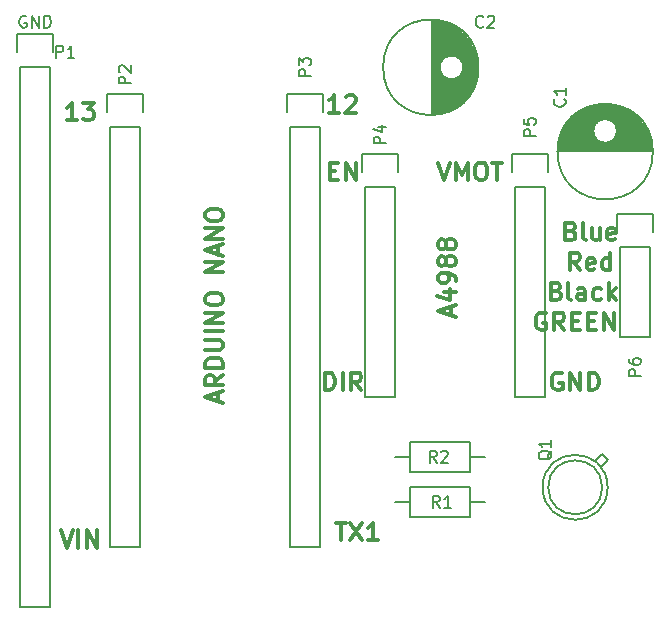
<source format=gto>
G04 #@! TF.FileFunction,Legend,Top*
%FSLAX46Y46*%
G04 Gerber Fmt 4.6, Leading zero omitted, Abs format (unit mm)*
G04 Created by KiCad (PCBNEW 4.0.4+e1-6308~48~ubuntu16.04.1-stable) date Fri Nov  4 19:37:54 2016*
%MOMM*%
%LPD*%
G01*
G04 APERTURE LIST*
%ADD10C,0.100000*%
%ADD11C,0.300000*%
%ADD12C,0.150000*%
G04 APERTURE END LIST*
D10*
D11*
X94020000Y-77990000D02*
X93877143Y-77918571D01*
X93662857Y-77918571D01*
X93448572Y-77990000D01*
X93305714Y-78132857D01*
X93234286Y-78275714D01*
X93162857Y-78561429D01*
X93162857Y-78775714D01*
X93234286Y-79061429D01*
X93305714Y-79204286D01*
X93448572Y-79347143D01*
X93662857Y-79418571D01*
X93805714Y-79418571D01*
X94020000Y-79347143D01*
X94091429Y-79275714D01*
X94091429Y-78775714D01*
X93805714Y-78775714D01*
X95591429Y-79418571D02*
X95091429Y-78704286D01*
X94734286Y-79418571D02*
X94734286Y-77918571D01*
X95305714Y-77918571D01*
X95448572Y-77990000D01*
X95520000Y-78061429D01*
X95591429Y-78204286D01*
X95591429Y-78418571D01*
X95520000Y-78561429D01*
X95448572Y-78632857D01*
X95305714Y-78704286D01*
X94734286Y-78704286D01*
X96234286Y-78632857D02*
X96734286Y-78632857D01*
X96948572Y-79418571D02*
X96234286Y-79418571D01*
X96234286Y-77918571D01*
X96948572Y-77918571D01*
X97591429Y-78632857D02*
X98091429Y-78632857D01*
X98305715Y-79418571D02*
X97591429Y-79418571D01*
X97591429Y-77918571D01*
X98305715Y-77918571D01*
X98948572Y-79418571D02*
X98948572Y-77918571D01*
X99805715Y-79418571D01*
X99805715Y-77918571D01*
X94940715Y-76092857D02*
X95155001Y-76164286D01*
X95226429Y-76235714D01*
X95297858Y-76378571D01*
X95297858Y-76592857D01*
X95226429Y-76735714D01*
X95155001Y-76807143D01*
X95012143Y-76878571D01*
X94440715Y-76878571D01*
X94440715Y-75378571D01*
X94940715Y-75378571D01*
X95083572Y-75450000D01*
X95155001Y-75521429D01*
X95226429Y-75664286D01*
X95226429Y-75807143D01*
X95155001Y-75950000D01*
X95083572Y-76021429D01*
X94940715Y-76092857D01*
X94440715Y-76092857D01*
X96155001Y-76878571D02*
X96012143Y-76807143D01*
X95940715Y-76664286D01*
X95940715Y-75378571D01*
X97369286Y-76878571D02*
X97369286Y-76092857D01*
X97297857Y-75950000D01*
X97155000Y-75878571D01*
X96869286Y-75878571D01*
X96726429Y-75950000D01*
X97369286Y-76807143D02*
X97226429Y-76878571D01*
X96869286Y-76878571D01*
X96726429Y-76807143D01*
X96655000Y-76664286D01*
X96655000Y-76521429D01*
X96726429Y-76378571D01*
X96869286Y-76307143D01*
X97226429Y-76307143D01*
X97369286Y-76235714D01*
X98726429Y-76807143D02*
X98583572Y-76878571D01*
X98297858Y-76878571D01*
X98155000Y-76807143D01*
X98083572Y-76735714D01*
X98012143Y-76592857D01*
X98012143Y-76164286D01*
X98083572Y-76021429D01*
X98155000Y-75950000D01*
X98297858Y-75878571D01*
X98583572Y-75878571D01*
X98726429Y-75950000D01*
X99369286Y-76878571D02*
X99369286Y-75378571D01*
X99512143Y-76307143D02*
X99940714Y-76878571D01*
X99940714Y-75878571D02*
X99369286Y-76450000D01*
X96932858Y-74338571D02*
X96432858Y-73624286D01*
X96075715Y-74338571D02*
X96075715Y-72838571D01*
X96647143Y-72838571D01*
X96790001Y-72910000D01*
X96861429Y-72981429D01*
X96932858Y-73124286D01*
X96932858Y-73338571D01*
X96861429Y-73481429D01*
X96790001Y-73552857D01*
X96647143Y-73624286D01*
X96075715Y-73624286D01*
X98147143Y-74267143D02*
X98004286Y-74338571D01*
X97718572Y-74338571D01*
X97575715Y-74267143D01*
X97504286Y-74124286D01*
X97504286Y-73552857D01*
X97575715Y-73410000D01*
X97718572Y-73338571D01*
X98004286Y-73338571D01*
X98147143Y-73410000D01*
X98218572Y-73552857D01*
X98218572Y-73695714D01*
X97504286Y-73838571D01*
X99504286Y-74338571D02*
X99504286Y-72838571D01*
X99504286Y-74267143D02*
X99361429Y-74338571D01*
X99075715Y-74338571D01*
X98932857Y-74267143D01*
X98861429Y-74195714D01*
X98790000Y-74052857D01*
X98790000Y-73624286D01*
X98861429Y-73481429D01*
X98932857Y-73410000D01*
X99075715Y-73338571D01*
X99361429Y-73338571D01*
X99504286Y-73410000D01*
X96182858Y-71012857D02*
X96397144Y-71084286D01*
X96468572Y-71155714D01*
X96540001Y-71298571D01*
X96540001Y-71512857D01*
X96468572Y-71655714D01*
X96397144Y-71727143D01*
X96254286Y-71798571D01*
X95682858Y-71798571D01*
X95682858Y-70298571D01*
X96182858Y-70298571D01*
X96325715Y-70370000D01*
X96397144Y-70441429D01*
X96468572Y-70584286D01*
X96468572Y-70727143D01*
X96397144Y-70870000D01*
X96325715Y-70941429D01*
X96182858Y-71012857D01*
X95682858Y-71012857D01*
X97397144Y-71798571D02*
X97254286Y-71727143D01*
X97182858Y-71584286D01*
X97182858Y-70298571D01*
X98611429Y-70798571D02*
X98611429Y-71798571D01*
X97968572Y-70798571D02*
X97968572Y-71584286D01*
X98040000Y-71727143D01*
X98182858Y-71798571D01*
X98397143Y-71798571D01*
X98540000Y-71727143D01*
X98611429Y-71655714D01*
X99897143Y-71727143D02*
X99754286Y-71798571D01*
X99468572Y-71798571D01*
X99325715Y-71727143D01*
X99254286Y-71584286D01*
X99254286Y-71012857D01*
X99325715Y-70870000D01*
X99468572Y-70798571D01*
X99754286Y-70798571D01*
X99897143Y-70870000D01*
X99968572Y-71012857D01*
X99968572Y-71155714D01*
X99254286Y-71298571D01*
X95377143Y-83070000D02*
X95234286Y-82998571D01*
X95020000Y-82998571D01*
X94805715Y-83070000D01*
X94662857Y-83212857D01*
X94591429Y-83355714D01*
X94520000Y-83641429D01*
X94520000Y-83855714D01*
X94591429Y-84141429D01*
X94662857Y-84284286D01*
X94805715Y-84427143D01*
X95020000Y-84498571D01*
X95162857Y-84498571D01*
X95377143Y-84427143D01*
X95448572Y-84355714D01*
X95448572Y-83855714D01*
X95162857Y-83855714D01*
X96091429Y-84498571D02*
X96091429Y-82998571D01*
X96948572Y-84498571D01*
X96948572Y-82998571D01*
X97662858Y-84498571D02*
X97662858Y-82998571D01*
X98020001Y-82998571D01*
X98234286Y-83070000D01*
X98377144Y-83212857D01*
X98448572Y-83355714D01*
X98520001Y-83641429D01*
X98520001Y-83855714D01*
X98448572Y-84141429D01*
X98377144Y-84284286D01*
X98234286Y-84427143D01*
X98020001Y-84498571D01*
X97662858Y-84498571D01*
X75335000Y-84498571D02*
X75335000Y-82998571D01*
X75692143Y-82998571D01*
X75906428Y-83070000D01*
X76049286Y-83212857D01*
X76120714Y-83355714D01*
X76192143Y-83641429D01*
X76192143Y-83855714D01*
X76120714Y-84141429D01*
X76049286Y-84284286D01*
X75906428Y-84427143D01*
X75692143Y-84498571D01*
X75335000Y-84498571D01*
X76835000Y-84498571D02*
X76835000Y-82998571D01*
X78406429Y-84498571D02*
X77906429Y-83784286D01*
X77549286Y-84498571D02*
X77549286Y-82998571D01*
X78120714Y-82998571D01*
X78263572Y-83070000D01*
X78335000Y-83141429D01*
X78406429Y-83284286D01*
X78406429Y-83498571D01*
X78335000Y-83641429D01*
X78263572Y-83712857D01*
X78120714Y-83784286D01*
X77549286Y-83784286D01*
X84915714Y-65218571D02*
X85415714Y-66718571D01*
X85915714Y-65218571D01*
X86415714Y-66718571D02*
X86415714Y-65218571D01*
X86915714Y-66290000D01*
X87415714Y-65218571D01*
X87415714Y-66718571D01*
X88415714Y-65218571D02*
X88701428Y-65218571D01*
X88844286Y-65290000D01*
X88987143Y-65432857D01*
X89058571Y-65718571D01*
X89058571Y-66218571D01*
X88987143Y-66504286D01*
X88844286Y-66647143D01*
X88701428Y-66718571D01*
X88415714Y-66718571D01*
X88272857Y-66647143D01*
X88130000Y-66504286D01*
X88058571Y-66218571D01*
X88058571Y-65718571D01*
X88130000Y-65432857D01*
X88272857Y-65290000D01*
X88415714Y-65218571D01*
X89487143Y-65218571D02*
X90344286Y-65218571D01*
X89915715Y-66718571D02*
X89915715Y-65218571D01*
X75727857Y-65932857D02*
X76227857Y-65932857D01*
X76442143Y-66718571D02*
X75727857Y-66718571D01*
X75727857Y-65218571D01*
X76442143Y-65218571D01*
X77085000Y-66718571D02*
X77085000Y-65218571D01*
X77942143Y-66718571D01*
X77942143Y-65218571D01*
X76247858Y-95698571D02*
X77105001Y-95698571D01*
X76676430Y-97198571D02*
X76676430Y-95698571D01*
X77462144Y-95698571D02*
X78462144Y-97198571D01*
X78462144Y-95698571D02*
X77462144Y-97198571D01*
X79819286Y-97198571D02*
X78962143Y-97198571D01*
X79390715Y-97198571D02*
X79390715Y-95698571D01*
X79247858Y-95912857D01*
X79105000Y-96055714D01*
X78962143Y-96127143D01*
X52967143Y-96333571D02*
X53467143Y-97833571D01*
X53967143Y-96333571D01*
X54467143Y-97833571D02*
X54467143Y-96333571D01*
X55181429Y-97833571D02*
X55181429Y-96333571D01*
X56038572Y-97833571D01*
X56038572Y-96333571D01*
X76549286Y-61003571D02*
X75692143Y-61003571D01*
X76120715Y-61003571D02*
X76120715Y-59503571D01*
X75977858Y-59717857D01*
X75835000Y-59860714D01*
X75692143Y-59932143D01*
X77120714Y-59646429D02*
X77192143Y-59575000D01*
X77335000Y-59503571D01*
X77692143Y-59503571D01*
X77835000Y-59575000D01*
X77906429Y-59646429D01*
X77977857Y-59789286D01*
X77977857Y-59932143D01*
X77906429Y-60146429D01*
X77049286Y-61003571D01*
X77977857Y-61003571D01*
X54324286Y-61638571D02*
X53467143Y-61638571D01*
X53895715Y-61638571D02*
X53895715Y-60138571D01*
X53752858Y-60352857D01*
X53610000Y-60495714D01*
X53467143Y-60567143D01*
X54824286Y-60138571D02*
X55752857Y-60138571D01*
X55252857Y-60710000D01*
X55467143Y-60710000D01*
X55610000Y-60781429D01*
X55681429Y-60852857D01*
X55752857Y-60995714D01*
X55752857Y-61352857D01*
X55681429Y-61495714D01*
X55610000Y-61567143D01*
X55467143Y-61638571D01*
X55038571Y-61638571D01*
X54895714Y-61567143D01*
X54824286Y-61495714D01*
X85975000Y-78144285D02*
X85975000Y-77429999D01*
X86403571Y-78287142D02*
X84903571Y-77787142D01*
X86403571Y-77287142D01*
X85403571Y-76144285D02*
X86403571Y-76144285D01*
X84832143Y-76501428D02*
X85903571Y-76858571D01*
X85903571Y-75929999D01*
X86403571Y-75287143D02*
X86403571Y-75001428D01*
X86332143Y-74858571D01*
X86260714Y-74787143D01*
X86046429Y-74644285D01*
X85760714Y-74572857D01*
X85189286Y-74572857D01*
X85046429Y-74644285D01*
X84975000Y-74715714D01*
X84903571Y-74858571D01*
X84903571Y-75144285D01*
X84975000Y-75287143D01*
X85046429Y-75358571D01*
X85189286Y-75430000D01*
X85546429Y-75430000D01*
X85689286Y-75358571D01*
X85760714Y-75287143D01*
X85832143Y-75144285D01*
X85832143Y-74858571D01*
X85760714Y-74715714D01*
X85689286Y-74644285D01*
X85546429Y-74572857D01*
X85546429Y-73715714D02*
X85475000Y-73858572D01*
X85403571Y-73930000D01*
X85260714Y-74001429D01*
X85189286Y-74001429D01*
X85046429Y-73930000D01*
X84975000Y-73858572D01*
X84903571Y-73715714D01*
X84903571Y-73430000D01*
X84975000Y-73287143D01*
X85046429Y-73215714D01*
X85189286Y-73144286D01*
X85260714Y-73144286D01*
X85403571Y-73215714D01*
X85475000Y-73287143D01*
X85546429Y-73430000D01*
X85546429Y-73715714D01*
X85617857Y-73858572D01*
X85689286Y-73930000D01*
X85832143Y-74001429D01*
X86117857Y-74001429D01*
X86260714Y-73930000D01*
X86332143Y-73858572D01*
X86403571Y-73715714D01*
X86403571Y-73430000D01*
X86332143Y-73287143D01*
X86260714Y-73215714D01*
X86117857Y-73144286D01*
X85832143Y-73144286D01*
X85689286Y-73215714D01*
X85617857Y-73287143D01*
X85546429Y-73430000D01*
X85546429Y-72287143D02*
X85475000Y-72430001D01*
X85403571Y-72501429D01*
X85260714Y-72572858D01*
X85189286Y-72572858D01*
X85046429Y-72501429D01*
X84975000Y-72430001D01*
X84903571Y-72287143D01*
X84903571Y-72001429D01*
X84975000Y-71858572D01*
X85046429Y-71787143D01*
X85189286Y-71715715D01*
X85260714Y-71715715D01*
X85403571Y-71787143D01*
X85475000Y-71858572D01*
X85546429Y-72001429D01*
X85546429Y-72287143D01*
X85617857Y-72430001D01*
X85689286Y-72501429D01*
X85832143Y-72572858D01*
X86117857Y-72572858D01*
X86260714Y-72501429D01*
X86332143Y-72430001D01*
X86403571Y-72287143D01*
X86403571Y-72001429D01*
X86332143Y-71858572D01*
X86260714Y-71787143D01*
X86117857Y-71715715D01*
X85832143Y-71715715D01*
X85689286Y-71787143D01*
X85617857Y-71858572D01*
X85546429Y-72001429D01*
X66290000Y-85439286D02*
X66290000Y-84725000D01*
X66718571Y-85582143D02*
X65218571Y-85082143D01*
X66718571Y-84582143D01*
X66718571Y-83225000D02*
X66004286Y-83725000D01*
X66718571Y-84082143D02*
X65218571Y-84082143D01*
X65218571Y-83510715D01*
X65290000Y-83367857D01*
X65361429Y-83296429D01*
X65504286Y-83225000D01*
X65718571Y-83225000D01*
X65861429Y-83296429D01*
X65932857Y-83367857D01*
X66004286Y-83510715D01*
X66004286Y-84082143D01*
X66718571Y-82582143D02*
X65218571Y-82582143D01*
X65218571Y-82225000D01*
X65290000Y-82010715D01*
X65432857Y-81867857D01*
X65575714Y-81796429D01*
X65861429Y-81725000D01*
X66075714Y-81725000D01*
X66361429Y-81796429D01*
X66504286Y-81867857D01*
X66647143Y-82010715D01*
X66718571Y-82225000D01*
X66718571Y-82582143D01*
X65218571Y-81082143D02*
X66432857Y-81082143D01*
X66575714Y-81010715D01*
X66647143Y-80939286D01*
X66718571Y-80796429D01*
X66718571Y-80510715D01*
X66647143Y-80367857D01*
X66575714Y-80296429D01*
X66432857Y-80225000D01*
X65218571Y-80225000D01*
X66718571Y-79510714D02*
X65218571Y-79510714D01*
X66718571Y-78796428D02*
X65218571Y-78796428D01*
X66718571Y-77939285D01*
X65218571Y-77939285D01*
X65218571Y-76939285D02*
X65218571Y-76653571D01*
X65290000Y-76510713D01*
X65432857Y-76367856D01*
X65718571Y-76296428D01*
X66218571Y-76296428D01*
X66504286Y-76367856D01*
X66647143Y-76510713D01*
X66718571Y-76653571D01*
X66718571Y-76939285D01*
X66647143Y-77082142D01*
X66504286Y-77224999D01*
X66218571Y-77296428D01*
X65718571Y-77296428D01*
X65432857Y-77224999D01*
X65290000Y-77082142D01*
X65218571Y-76939285D01*
X66718571Y-74510713D02*
X65218571Y-74510713D01*
X66718571Y-73653570D01*
X65218571Y-73653570D01*
X66290000Y-73010713D02*
X66290000Y-72296427D01*
X66718571Y-73153570D02*
X65218571Y-72653570D01*
X66718571Y-72153570D01*
X66718571Y-71653570D02*
X65218571Y-71653570D01*
X66718571Y-70796427D01*
X65218571Y-70796427D01*
X65218571Y-69796427D02*
X65218571Y-69510713D01*
X65290000Y-69367855D01*
X65432857Y-69224998D01*
X65718571Y-69153570D01*
X66218571Y-69153570D01*
X66504286Y-69224998D01*
X66647143Y-69367855D01*
X66718571Y-69510713D01*
X66718571Y-69796427D01*
X66647143Y-69939284D01*
X66504286Y-70082141D01*
X66218571Y-70153570D01*
X65718571Y-70153570D01*
X65432857Y-70082141D01*
X65290000Y-69939284D01*
X65218571Y-69796427D01*
D12*
X59690000Y-62230000D02*
X59690000Y-97790000D01*
X59690000Y-97790000D02*
X57150000Y-97790000D01*
X57150000Y-97790000D02*
X57150000Y-62230000D01*
X56870000Y-59410000D02*
X56870000Y-60960000D01*
X57150000Y-62230000D02*
X59690000Y-62230000D01*
X59970000Y-60960000D02*
X59970000Y-59410000D01*
X59970000Y-59410000D02*
X56870000Y-59410000D01*
X74930000Y-62230000D02*
X74930000Y-97790000D01*
X74930000Y-97790000D02*
X72390000Y-97790000D01*
X72390000Y-97790000D02*
X72390000Y-62230000D01*
X72110000Y-59410000D02*
X72110000Y-60960000D01*
X72390000Y-62230000D02*
X74930000Y-62230000D01*
X75210000Y-60960000D02*
X75210000Y-59410000D01*
X75210000Y-59410000D02*
X72110000Y-59410000D01*
X78740000Y-67310000D02*
X78740000Y-85090000D01*
X78740000Y-85090000D02*
X81280000Y-85090000D01*
X81280000Y-85090000D02*
X81280000Y-67310000D01*
X78460000Y-64490000D02*
X78460000Y-66040000D01*
X78740000Y-67310000D02*
X81280000Y-67310000D01*
X81560000Y-66040000D02*
X81560000Y-64490000D01*
X81560000Y-64490000D02*
X78460000Y-64490000D01*
X91440000Y-67310000D02*
X91440000Y-85090000D01*
X91440000Y-85090000D02*
X93980000Y-85090000D01*
X93980000Y-85090000D02*
X93980000Y-67310000D01*
X91160000Y-64490000D02*
X91160000Y-66040000D01*
X91440000Y-67310000D02*
X93980000Y-67310000D01*
X94260000Y-66040000D02*
X94260000Y-64490000D01*
X94260000Y-64490000D02*
X91160000Y-64490000D01*
X102870000Y-72390000D02*
X102870000Y-80010000D01*
X100330000Y-72390000D02*
X100330000Y-80010000D01*
X100050000Y-69570000D02*
X100050000Y-71120000D01*
X102870000Y-80010000D02*
X100330000Y-80010000D01*
X100330000Y-72390000D02*
X102870000Y-72390000D01*
X103150000Y-71120000D02*
X103150000Y-69570000D01*
X103150000Y-69570000D02*
X100050000Y-69570000D01*
X84375000Y-53151000D02*
X84375000Y-61149000D01*
X84515000Y-53156000D02*
X84515000Y-61144000D01*
X84655000Y-53166000D02*
X84655000Y-61134000D01*
X84795000Y-53181000D02*
X84795000Y-61119000D01*
X84935000Y-53201000D02*
X84935000Y-61099000D01*
X85075000Y-53226000D02*
X85075000Y-56928000D01*
X85075000Y-57372000D02*
X85075000Y-61074000D01*
X85215000Y-53256000D02*
X85215000Y-56600000D01*
X85215000Y-57700000D02*
X85215000Y-61044000D01*
X85355000Y-53292000D02*
X85355000Y-56431000D01*
X85355000Y-57869000D02*
X85355000Y-61008000D01*
X85495000Y-53333000D02*
X85495000Y-56318000D01*
X85495000Y-57982000D02*
X85495000Y-60967000D01*
X85635000Y-53379000D02*
X85635000Y-56240000D01*
X85635000Y-58060000D02*
X85635000Y-60921000D01*
X85775000Y-53432000D02*
X85775000Y-56189000D01*
X85775000Y-58111000D02*
X85775000Y-60868000D01*
X85915000Y-53491000D02*
X85915000Y-56159000D01*
X85915000Y-58141000D02*
X85915000Y-60809000D01*
X86055000Y-53556000D02*
X86055000Y-56150000D01*
X86055000Y-58150000D02*
X86055000Y-60744000D01*
X86195000Y-53627000D02*
X86195000Y-56161000D01*
X86195000Y-58139000D02*
X86195000Y-60673000D01*
X86335000Y-53706000D02*
X86335000Y-56191000D01*
X86335000Y-58109000D02*
X86335000Y-60594000D01*
X86475000Y-53793000D02*
X86475000Y-56245000D01*
X86475000Y-58055000D02*
X86475000Y-60507000D01*
X86615000Y-53888000D02*
X86615000Y-56325000D01*
X86615000Y-57975000D02*
X86615000Y-60412000D01*
X86755000Y-53992000D02*
X86755000Y-56441000D01*
X86755000Y-57859000D02*
X86755000Y-60308000D01*
X86895000Y-54106000D02*
X86895000Y-56615000D01*
X86895000Y-57685000D02*
X86895000Y-60194000D01*
X87035000Y-54231000D02*
X87035000Y-56977000D01*
X87035000Y-57323000D02*
X87035000Y-60069000D01*
X87175000Y-54369000D02*
X87175000Y-59931000D01*
X87315000Y-54521000D02*
X87315000Y-59779000D01*
X87455000Y-54691000D02*
X87455000Y-59609000D01*
X87595000Y-54882000D02*
X87595000Y-59418000D01*
X87735000Y-55100000D02*
X87735000Y-59200000D01*
X87875000Y-55356000D02*
X87875000Y-58944000D01*
X88015000Y-55667000D02*
X88015000Y-58633000D01*
X88155000Y-56083000D02*
X88155000Y-58217000D01*
X88295000Y-56950000D02*
X88295000Y-57350000D01*
X87050000Y-57150000D02*
G75*
G03X87050000Y-57150000I-1000000J0D01*
G01*
X88337500Y-57150000D02*
G75*
G03X88337500Y-57150000I-4037500J0D01*
G01*
X98806000Y-89916000D02*
X98298000Y-90424000D01*
X98806000Y-90932000D02*
X99314000Y-90424000D01*
X99314000Y-90424000D02*
X98806000Y-89916000D01*
X98806000Y-92710000D02*
G75*
G03X98806000Y-92710000I-2286000J0D01*
G01*
X99270000Y-92710000D02*
G75*
G03X99270000Y-92710000I-2750000J0D01*
G01*
X82550000Y-92710000D02*
X87630000Y-92710000D01*
X87630000Y-92710000D02*
X87630000Y-95250000D01*
X87630000Y-95250000D02*
X82550000Y-95250000D01*
X82550000Y-95250000D02*
X82550000Y-92710000D01*
X82550000Y-93980000D02*
X81280000Y-93980000D01*
X87630000Y-93980000D02*
X88900000Y-93980000D01*
X82550000Y-88900000D02*
X87630000Y-88900000D01*
X87630000Y-88900000D02*
X87630000Y-91440000D01*
X87630000Y-91440000D02*
X82550000Y-91440000D01*
X82550000Y-91440000D02*
X82550000Y-88900000D01*
X82550000Y-90170000D02*
X81280000Y-90170000D01*
X87630000Y-90170000D02*
X88900000Y-90170000D01*
X95061000Y-64215000D02*
X103059000Y-64215000D01*
X95066000Y-64075000D02*
X103054000Y-64075000D01*
X95076000Y-63935000D02*
X103044000Y-63935000D01*
X95091000Y-63795000D02*
X103029000Y-63795000D01*
X95111000Y-63655000D02*
X103009000Y-63655000D01*
X95136000Y-63515000D02*
X98838000Y-63515000D01*
X99282000Y-63515000D02*
X102984000Y-63515000D01*
X95166000Y-63375000D02*
X98510000Y-63375000D01*
X99610000Y-63375000D02*
X102954000Y-63375000D01*
X95202000Y-63235000D02*
X98341000Y-63235000D01*
X99779000Y-63235000D02*
X102918000Y-63235000D01*
X95243000Y-63095000D02*
X98228000Y-63095000D01*
X99892000Y-63095000D02*
X102877000Y-63095000D01*
X95289000Y-62955000D02*
X98150000Y-62955000D01*
X99970000Y-62955000D02*
X102831000Y-62955000D01*
X95342000Y-62815000D02*
X98099000Y-62815000D01*
X100021000Y-62815000D02*
X102778000Y-62815000D01*
X95401000Y-62675000D02*
X98069000Y-62675000D01*
X100051000Y-62675000D02*
X102719000Y-62675000D01*
X95466000Y-62535000D02*
X98060000Y-62535000D01*
X100060000Y-62535000D02*
X102654000Y-62535000D01*
X95537000Y-62395000D02*
X98071000Y-62395000D01*
X100049000Y-62395000D02*
X102583000Y-62395000D01*
X95616000Y-62255000D02*
X98101000Y-62255000D01*
X100019000Y-62255000D02*
X102504000Y-62255000D01*
X95703000Y-62115000D02*
X98155000Y-62115000D01*
X99965000Y-62115000D02*
X102417000Y-62115000D01*
X95798000Y-61975000D02*
X98235000Y-61975000D01*
X99885000Y-61975000D02*
X102322000Y-61975000D01*
X95902000Y-61835000D02*
X98351000Y-61835000D01*
X99769000Y-61835000D02*
X102218000Y-61835000D01*
X96016000Y-61695000D02*
X98525000Y-61695000D01*
X99595000Y-61695000D02*
X102104000Y-61695000D01*
X96141000Y-61555000D02*
X98887000Y-61555000D01*
X99233000Y-61555000D02*
X101979000Y-61555000D01*
X96279000Y-61415000D02*
X101841000Y-61415000D01*
X96431000Y-61275000D02*
X101689000Y-61275000D01*
X96601000Y-61135000D02*
X101519000Y-61135000D01*
X96792000Y-60995000D02*
X101328000Y-60995000D01*
X97010000Y-60855000D02*
X101110000Y-60855000D01*
X97266000Y-60715000D02*
X100854000Y-60715000D01*
X97577000Y-60575000D02*
X100543000Y-60575000D01*
X97993000Y-60435000D02*
X100127000Y-60435000D01*
X98860000Y-60295000D02*
X99260000Y-60295000D01*
X100060000Y-62540000D02*
G75*
G03X100060000Y-62540000I-1000000J0D01*
G01*
X103097500Y-64290000D02*
G75*
G03X103097500Y-64290000I-4037500J0D01*
G01*
X49530000Y-57150000D02*
X49530000Y-102870000D01*
X49530000Y-102870000D02*
X52070000Y-102870000D01*
X52070000Y-102870000D02*
X52070000Y-57150000D01*
X49250000Y-54330000D02*
X49250000Y-55880000D01*
X49530000Y-57150000D02*
X52070000Y-57150000D01*
X52350000Y-55880000D02*
X52350000Y-54330000D01*
X52350000Y-54330000D02*
X49250000Y-54330000D01*
X58872381Y-58523095D02*
X57872381Y-58523095D01*
X57872381Y-58142142D01*
X57920000Y-58046904D01*
X57967619Y-57999285D01*
X58062857Y-57951666D01*
X58205714Y-57951666D01*
X58300952Y-57999285D01*
X58348571Y-58046904D01*
X58396190Y-58142142D01*
X58396190Y-58523095D01*
X57967619Y-57570714D02*
X57920000Y-57523095D01*
X57872381Y-57427857D01*
X57872381Y-57189761D01*
X57920000Y-57094523D01*
X57967619Y-57046904D01*
X58062857Y-56999285D01*
X58158095Y-56999285D01*
X58300952Y-57046904D01*
X58872381Y-57618333D01*
X58872381Y-56999285D01*
X74112381Y-57888095D02*
X73112381Y-57888095D01*
X73112381Y-57507142D01*
X73160000Y-57411904D01*
X73207619Y-57364285D01*
X73302857Y-57316666D01*
X73445714Y-57316666D01*
X73540952Y-57364285D01*
X73588571Y-57411904D01*
X73636190Y-57507142D01*
X73636190Y-57888095D01*
X73112381Y-56983333D02*
X73112381Y-56364285D01*
X73493333Y-56697619D01*
X73493333Y-56554761D01*
X73540952Y-56459523D01*
X73588571Y-56411904D01*
X73683810Y-56364285D01*
X73921905Y-56364285D01*
X74017143Y-56411904D01*
X74064762Y-56459523D01*
X74112381Y-56554761D01*
X74112381Y-56840476D01*
X74064762Y-56935714D01*
X74017143Y-56983333D01*
X80462381Y-63603095D02*
X79462381Y-63603095D01*
X79462381Y-63222142D01*
X79510000Y-63126904D01*
X79557619Y-63079285D01*
X79652857Y-63031666D01*
X79795714Y-63031666D01*
X79890952Y-63079285D01*
X79938571Y-63126904D01*
X79986190Y-63222142D01*
X79986190Y-63603095D01*
X79795714Y-62174523D02*
X80462381Y-62174523D01*
X79414762Y-62412619D02*
X80129048Y-62650714D01*
X80129048Y-62031666D01*
X93162381Y-62968095D02*
X92162381Y-62968095D01*
X92162381Y-62587142D01*
X92210000Y-62491904D01*
X92257619Y-62444285D01*
X92352857Y-62396666D01*
X92495714Y-62396666D01*
X92590952Y-62444285D01*
X92638571Y-62491904D01*
X92686190Y-62587142D01*
X92686190Y-62968095D01*
X92162381Y-61491904D02*
X92162381Y-61968095D01*
X92638571Y-62015714D01*
X92590952Y-61968095D01*
X92543333Y-61872857D01*
X92543333Y-61634761D01*
X92590952Y-61539523D01*
X92638571Y-61491904D01*
X92733810Y-61444285D01*
X92971905Y-61444285D01*
X93067143Y-61491904D01*
X93114762Y-61539523D01*
X93162381Y-61634761D01*
X93162381Y-61872857D01*
X93114762Y-61968095D01*
X93067143Y-62015714D01*
X102052381Y-83288095D02*
X101052381Y-83288095D01*
X101052381Y-82907142D01*
X101100000Y-82811904D01*
X101147619Y-82764285D01*
X101242857Y-82716666D01*
X101385714Y-82716666D01*
X101480952Y-82764285D01*
X101528571Y-82811904D01*
X101576190Y-82907142D01*
X101576190Y-83288095D01*
X101052381Y-81859523D02*
X101052381Y-82050000D01*
X101100000Y-82145238D01*
X101147619Y-82192857D01*
X101290476Y-82288095D01*
X101480952Y-82335714D01*
X101861905Y-82335714D01*
X101957143Y-82288095D01*
X102004762Y-82240476D01*
X102052381Y-82145238D01*
X102052381Y-81954761D01*
X102004762Y-81859523D01*
X101957143Y-81811904D01*
X101861905Y-81764285D01*
X101623810Y-81764285D01*
X101528571Y-81811904D01*
X101480952Y-81859523D01*
X101433333Y-81954761D01*
X101433333Y-82145238D01*
X101480952Y-82240476D01*
X101528571Y-82288095D01*
X101623810Y-82335714D01*
X88733334Y-53697143D02*
X88685715Y-53744762D01*
X88542858Y-53792381D01*
X88447620Y-53792381D01*
X88304762Y-53744762D01*
X88209524Y-53649524D01*
X88161905Y-53554286D01*
X88114286Y-53363810D01*
X88114286Y-53220952D01*
X88161905Y-53030476D01*
X88209524Y-52935238D01*
X88304762Y-52840000D01*
X88447620Y-52792381D01*
X88542858Y-52792381D01*
X88685715Y-52840000D01*
X88733334Y-52887619D01*
X89114286Y-52887619D02*
X89161905Y-52840000D01*
X89257143Y-52792381D01*
X89495239Y-52792381D01*
X89590477Y-52840000D01*
X89638096Y-52887619D01*
X89685715Y-52982857D01*
X89685715Y-53078095D01*
X89638096Y-53220952D01*
X89066667Y-53792381D01*
X89685715Y-53792381D01*
X94527619Y-89630238D02*
X94480000Y-89725476D01*
X94384762Y-89820714D01*
X94241905Y-89963571D01*
X94194286Y-90058810D01*
X94194286Y-90154048D01*
X94432381Y-90106429D02*
X94384762Y-90201667D01*
X94289524Y-90296905D01*
X94099048Y-90344524D01*
X93765714Y-90344524D01*
X93575238Y-90296905D01*
X93480000Y-90201667D01*
X93432381Y-90106429D01*
X93432381Y-89915952D01*
X93480000Y-89820714D01*
X93575238Y-89725476D01*
X93765714Y-89677857D01*
X94099048Y-89677857D01*
X94289524Y-89725476D01*
X94384762Y-89820714D01*
X94432381Y-89915952D01*
X94432381Y-90106429D01*
X94432381Y-88725476D02*
X94432381Y-89296905D01*
X94432381Y-89011191D02*
X93432381Y-89011191D01*
X93575238Y-89106429D01*
X93670476Y-89201667D01*
X93718095Y-89296905D01*
X85050334Y-94432381D02*
X84717000Y-93956190D01*
X84478905Y-94432381D02*
X84478905Y-93432381D01*
X84859858Y-93432381D01*
X84955096Y-93480000D01*
X85002715Y-93527619D01*
X85050334Y-93622857D01*
X85050334Y-93765714D01*
X85002715Y-93860952D01*
X84955096Y-93908571D01*
X84859858Y-93956190D01*
X84478905Y-93956190D01*
X86002715Y-94432381D02*
X85431286Y-94432381D01*
X85717000Y-94432381D02*
X85717000Y-93432381D01*
X85621762Y-93575238D01*
X85526524Y-93670476D01*
X85431286Y-93718095D01*
X84796334Y-90622381D02*
X84463000Y-90146190D01*
X84224905Y-90622381D02*
X84224905Y-89622381D01*
X84605858Y-89622381D01*
X84701096Y-89670000D01*
X84748715Y-89717619D01*
X84796334Y-89812857D01*
X84796334Y-89955714D01*
X84748715Y-90050952D01*
X84701096Y-90098571D01*
X84605858Y-90146190D01*
X84224905Y-90146190D01*
X85177286Y-89717619D02*
X85224905Y-89670000D01*
X85320143Y-89622381D01*
X85558239Y-89622381D01*
X85653477Y-89670000D01*
X85701096Y-89717619D01*
X85748715Y-89812857D01*
X85748715Y-89908095D01*
X85701096Y-90050952D01*
X85129667Y-90622381D01*
X85748715Y-90622381D01*
X95607143Y-59856666D02*
X95654762Y-59904285D01*
X95702381Y-60047142D01*
X95702381Y-60142380D01*
X95654762Y-60285238D01*
X95559524Y-60380476D01*
X95464286Y-60428095D01*
X95273810Y-60475714D01*
X95130952Y-60475714D01*
X94940476Y-60428095D01*
X94845238Y-60380476D01*
X94750000Y-60285238D01*
X94702381Y-60142380D01*
X94702381Y-60047142D01*
X94750000Y-59904285D01*
X94797619Y-59856666D01*
X95702381Y-58904285D02*
X95702381Y-59475714D01*
X95702381Y-59190000D02*
X94702381Y-59190000D01*
X94845238Y-59285238D01*
X94940476Y-59380476D01*
X94988095Y-59475714D01*
X52601905Y-56332381D02*
X52601905Y-55332381D01*
X52982858Y-55332381D01*
X53078096Y-55380000D01*
X53125715Y-55427619D01*
X53173334Y-55522857D01*
X53173334Y-55665714D01*
X53125715Y-55760952D01*
X53078096Y-55808571D01*
X52982858Y-55856190D01*
X52601905Y-55856190D01*
X54125715Y-56332381D02*
X53554286Y-56332381D01*
X53840000Y-56332381D02*
X53840000Y-55332381D01*
X53744762Y-55475238D01*
X53649524Y-55570476D01*
X53554286Y-55618095D01*
X50038096Y-52840000D02*
X49942858Y-52792381D01*
X49800001Y-52792381D01*
X49657143Y-52840000D01*
X49561905Y-52935238D01*
X49514286Y-53030476D01*
X49466667Y-53220952D01*
X49466667Y-53363810D01*
X49514286Y-53554286D01*
X49561905Y-53649524D01*
X49657143Y-53744762D01*
X49800001Y-53792381D01*
X49895239Y-53792381D01*
X50038096Y-53744762D01*
X50085715Y-53697143D01*
X50085715Y-53363810D01*
X49895239Y-53363810D01*
X50514286Y-53792381D02*
X50514286Y-52792381D01*
X51085715Y-53792381D01*
X51085715Y-52792381D01*
X51561905Y-53792381D02*
X51561905Y-52792381D01*
X51800000Y-52792381D01*
X51942858Y-52840000D01*
X52038096Y-52935238D01*
X52085715Y-53030476D01*
X52133334Y-53220952D01*
X52133334Y-53363810D01*
X52085715Y-53554286D01*
X52038096Y-53649524D01*
X51942858Y-53744762D01*
X51800000Y-53792381D01*
X51561905Y-53792381D01*
M02*

</source>
